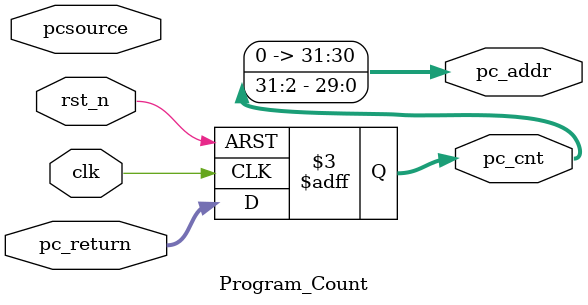
<source format=v>
`timescale      1ns/1ps

module Program_Count(
    input                   clk,
    input                   rst_n,
    input           [31:0]  pc_return,
    input           [1:0]   pcsource,
    output        [31:0]  pc_addr,
    output      reg [31:0]  pc_cnt

);
//-------------------------------------------------------
//pc_addr
/*
always  @(posedge clk or negedge rst_n)begin
    if(rst_n == 1'b0)
        pc_addr <= 32'd0;
    else 
        pc_addr <= pc_return >> 2;
end*/
 

always  @(posedge clk or negedge rst_n)begin
    if(rst_n == 1'b0)
        pc_cnt <= 32'd0;
    else
        pc_cnt <= pc_return;
end



assign pc_addr = pc_cnt[31:2];

endmodule 

</source>
